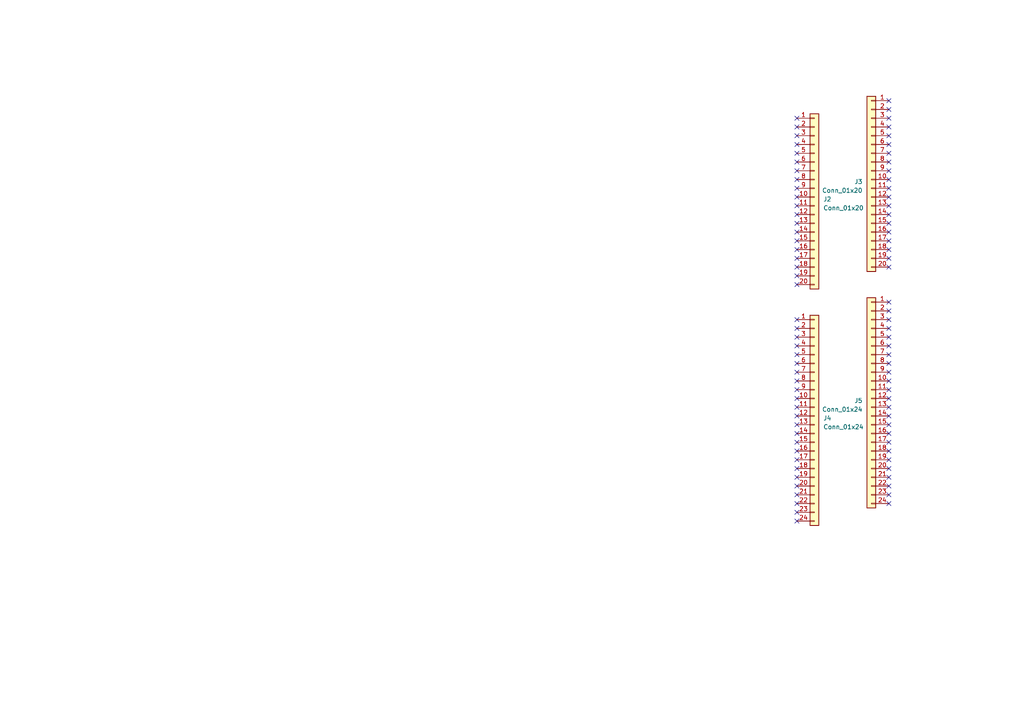
<source format=kicad_sch>
(kicad_sch (version 20230121) (generator eeschema)
  (paper "A4")
  (lib_symbols
    (symbol "Connector_Generic:Conn_01x20" (pin_names (offset 1.016) hide)
      (property "Reference" "J" (at 0 25.4 0))
      (property "Value" "Conn_01x20" (at 0 -27.94 0))
      (symbol "Conn_01x20_1_1"
        (rectangle (start -1.27 -25.273) (end 0 -25.527) (stroke (width 0.1524)))
        (rectangle (start -1.27 -22.733) (end 0 -22.987) (stroke (width 0.1524)))
        (rectangle (start -1.27 -20.193) (end 0 -20.447) (stroke (width 0.1524)))
        (rectangle (start -1.27 -17.653) (end 0 -17.907) (stroke (width 0.1524)))
        (rectangle (start -1.27 -15.113) (end 0 -15.367) (stroke (width 0.1524)))
        (rectangle (start -1.27 -12.573) (end 0 -12.827) (stroke (width 0.1524)))
        (rectangle (start -1.27 -10.033) (end 0 -10.287) (stroke (width 0.1524)))
        (rectangle (start -1.27 -7.493) (end 0 -7.747) (stroke (width 0.1524)))
        (rectangle (start -1.27 -4.953) (end 0 -5.207) (stroke (width 0.1524)))
        (rectangle (start -1.27 -2.413) (end 0 -2.667) (stroke (width 0.1524)))
        (rectangle (start -1.27 0.127) (end 0 -0.127) (stroke (width 0.1524)))
        (rectangle (start -1.27 2.667) (end 0 2.413) (stroke (width 0.1524)))
        (rectangle (start -1.27 5.207) (end 0 4.953) (stroke (width 0.1524)))
        (rectangle (start -1.27 7.747) (end 0 7.493) (stroke (width 0.1524)))
        (rectangle (start -1.27 10.287) (end 0 10.033) (stroke (width 0.1524)))
        (rectangle (start -1.27 12.827) (end 0 12.573) (stroke (width 0.1524)))
        (rectangle (start -1.27 15.367) (end 0 15.113) (stroke (width 0.1524)))
        (rectangle (start -1.27 17.907) (end 0 17.653) (stroke (width 0.1524)))
        (rectangle (start -1.27 20.447) (end 0 20.193) (stroke (width 0.1524)))
        (rectangle (start -1.27 22.987) (end 0 22.733) (stroke (width 0.1524)))
        (rectangle (start -1.27 24.13) (end 1.27 -26.67) (stroke (width 0.254)) (fill (type background)))
        (pin passive line (at -5.08 22.86 0) (length 3.81) (name "Pin_1") (number "1"))
        (pin passive line (at -5.08 0 0) (length 3.81) (name "Pin_10") (number "10"))
        (pin passive line (at -5.08 -2.54 0) (length 3.81) (name "Pin_11") (number "11"))
        (pin passive line (at -5.08 -5.08 0) (length 3.81) (name "Pin_12") (number "12"))
        (pin passive line (at -5.08 -7.62 0) (length 3.81) (name "Pin_13") (number "13"))
        (pin passive line (at -5.08 -10.16 0) (length 3.81) (name "Pin_14") (number "14"))
        (pin passive line (at -5.08 -12.7 0) (length 3.81) (name "Pin_15") (number "15"))
        (pin passive line (at -5.08 -15.24 0) (length 3.81) (name "Pin_16") (number "16"))
        (pin passive line (at -5.08 -17.78 0) (length 3.81) (name "Pin_17") (number "17"))
        (pin passive line (at -5.08 -20.32 0) (length 3.81) (name "Pin_18") (number "18"))
        (pin passive line (at -5.08 -22.86 0) (length 3.81) (name "Pin_19") (number "19"))
        (pin passive line (at -5.08 20.32 0) (length 3.81) (name "Pin_2") (number "2"))
        (pin passive line (at -5.08 -25.4 0) (length 3.81) (name "Pin_20") (number "20"))
        (pin passive line (at -5.08 17.78 0) (length 3.81) (name "Pin_3") (number "3"))
        (pin passive line (at -5.08 15.24 0) (length 3.81) (name "Pin_4") (number "4"))
        (pin passive line (at -5.08 12.7 0) (length 3.81) (name "Pin_5") (number "5"))
        (pin passive line (at -5.08 10.16 0) (length 3.81) (name "Pin_6") (number "6"))
        (pin passive line (at -5.08 7.62 0) (length 3.81) (name "Pin_7") (number "7"))
        (pin passive line (at -5.08 5.08 0) (length 3.81) (name "Pin_8") (number "8"))
        (pin passive line (at -5.08 2.54 0) (length 3.81) (name "Pin_9") (number "9"))
      )
    )
    (symbol "Connector_Generic:Conn_01x24" (pin_names (offset 1.016) hide)
      (property "Reference" "J" (at 0 30.48 0))
      (property "Value" "Conn_01x24" (at 0 -33.02 0))
      (symbol "Conn_01x24_1_1"
        (rectangle (start -1.27 -30.353) (end 0 -30.607) (stroke (width 0.1524)))
        (rectangle (start -1.27 -27.813) (end 0 -28.067) (stroke (width 0.1524)))
        (rectangle (start -1.27 -25.273) (end 0 -25.527) (stroke (width 0.1524)))
        (rectangle (start -1.27 -22.733) (end 0 -22.987) (stroke (width 0.1524)))
        (rectangle (start -1.27 -20.193) (end 0 -20.447) (stroke (width 0.1524)))
        (rectangle (start -1.27 -17.653) (end 0 -17.907) (stroke (width 0.1524)))
        (rectangle (start -1.27 -15.113) (end 0 -15.367) (stroke (width 0.1524)))
        (rectangle (start -1.27 -12.573) (end 0 -12.827) (stroke (width 0.1524)))
        (rectangle (start -1.27 -10.033) (end 0 -10.287) (stroke (width 0.1524)))
        (rectangle (start -1.27 -7.493) (end 0 -7.747) (stroke (width 0.1524)))
        (rectangle (start -1.27 -4.953) (end 0 -5.207) (stroke (width 0.1524)))
        (rectangle (start -1.27 -2.413) (end 0 -2.667) (stroke (width 0.1524)))
        (rectangle (start -1.27 0.127) (end 0 -0.127) (stroke (width 0.1524)))
        (rectangle (start -1.27 2.667) (end 0 2.413) (stroke (width 0.1524)))
        (rectangle (start -1.27 5.207) (end 0 4.953) (stroke (width 0.1524)))
        (rectangle (start -1.27 7.747) (end 0 7.493) (stroke (width 0.1524)))
        (rectangle (start -1.27 10.287) (end 0 10.033) (stroke (width 0.1524)))
        (rectangle (start -1.27 12.827) (end 0 12.573) (stroke (width 0.1524)))
        (rectangle (start -1.27 15.367) (end 0 15.113) (stroke (width 0.1524)))
        (rectangle (start -1.27 17.907) (end 0 17.653) (stroke (width 0.1524)))
        (rectangle (start -1.27 20.447) (end 0 20.193) (stroke (width 0.1524)))
        (rectangle (start -1.27 22.987) (end 0 22.733) (stroke (width 0.1524)))
        (rectangle (start -1.27 25.527) (end 0 25.273) (stroke (width 0.1524)))
        (rectangle (start -1.27 28.067) (end 0 27.813) (stroke (width 0.1524)))
        (rectangle (start -1.27 29.21) (end 1.27 -31.75) (stroke (width 0.254)) (fill (type background)))
        (pin passive line (at -5.08 27.94 0) (length 3.81) (name "Pin_1") (number "1"))
        (pin passive line (at -5.08 5.08 0) (length 3.81) (name "Pin_10") (number "10"))
        (pin passive line (at -5.08 2.54 0) (length 3.81) (name "Pin_11") (number "11"))
        (pin passive line (at -5.08 0 0) (length 3.81) (name "Pin_12") (number "12"))
        (pin passive line (at -5.08 -2.54 0) (length 3.81) (name "Pin_13") (number "13"))
        (pin passive line (at -5.08 -5.08 0) (length 3.81) (name "Pin_14") (number "14"))
        (pin passive line (at -5.08 -7.62 0) (length 3.81) (name "Pin_15") (number "15"))
        (pin passive line (at -5.08 -10.16 0) (length 3.81) (name "Pin_16") (number "16"))
        (pin passive line (at -5.08 -12.7 0) (length 3.81) (name "Pin_17") (number "17"))
        (pin passive line (at -5.08 -15.24 0) (length 3.81) (name "Pin_18") (number "18"))
        (pin passive line (at -5.08 -17.78 0) (length 3.81) (name "Pin_19") (number "19"))
        (pin passive line (at -5.08 25.4 0) (length 3.81) (name "Pin_2") (number "2"))
        (pin passive line (at -5.08 -20.32 0) (length 3.81) (name "Pin_20") (number "20"))
        (pin passive line (at -5.08 -22.86 0) (length 3.81) (name "Pin_21") (number "21"))
        (pin passive line (at -5.08 -25.4 0) (length 3.81) (name "Pin_22") (number "22"))
        (pin passive line (at -5.08 -27.94 0) (length 3.81) (name "Pin_23") (number "23"))
        (pin passive line (at -5.08 -30.48 0) (length 3.81) (name "Pin_24") (number "24"))
        (pin passive line (at -5.08 22.86 0) (length 3.81) (name "Pin_3") (number "3"))
        (pin passive line (at -5.08 20.32 0) (length 3.81) (name "Pin_4") (number "4"))
        (pin passive line (at -5.08 17.78 0) (length 3.81) (name "Pin_5") (number "5"))
        (pin passive line (at -5.08 15.24 0) (length 3.81) (name "Pin_6") (number "6"))
        (pin passive line (at -5.08 12.7 0) (length 3.81) (name "Pin_7") (number "7"))
        (pin passive line (at -5.08 10.16 0) (length 3.81) (name "Pin_8") (number "8"))
        (pin passive line (at -5.08 7.62 0) (length 3.81) (name "Pin_9") (number "9"))
      )
    )
  )
  (no_connect (at 231.14 41.91))
  (no_connect (at 257.81 41.91))
  (no_connect (at 231.14 92.71))
  (no_connect (at 231.14 69.85))
  (no_connect (at 231.14 82.55))
  (no_connect (at 231.14 62.23))
  (no_connect (at 257.81 87.63))
  (no_connect (at 231.14 118.11))
  (no_connect (at 231.14 95.25))
  (no_connect (at 257.81 95.25))
  (no_connect (at 231.14 77.47))
  (no_connect (at 257.81 39.37))
  (no_connect (at 257.81 115.57))
  (no_connect (at 231.14 102.87))
  (no_connect (at 231.14 120.65))
  (no_connect (at 257.81 146.05))
  (no_connect (at 257.81 36.83))
  (no_connect (at 257.81 143.51))
  (no_connect (at 257.81 133.35))
  (no_connect (at 231.14 57.15))
  (no_connect (at 231.14 49.53))
  (no_connect (at 231.14 107.95))
  (no_connect (at 231.14 67.31))
  (no_connect (at 231.14 97.79))
  (no_connect (at 231.14 113.03))
  (no_connect (at 257.81 107.95))
  (no_connect (at 257.81 128.27))
  (no_connect (at 257.81 49.53))
  (no_connect (at 257.81 125.73))
  (no_connect (at 231.14 135.89))
  (no_connect (at 231.14 74.93))
  (no_connect (at 257.81 110.49))
  (no_connect (at 257.81 34.29))
  (no_connect (at 231.14 146.05))
  (no_connect (at 231.14 133.35))
  (no_connect (at 231.14 138.43))
  (no_connect (at 257.81 97.79))
  (no_connect (at 257.81 52.07))
  (no_connect (at 257.81 92.71))
  (no_connect (at 231.14 54.61))
  (no_connect (at 257.81 130.81))
  (no_connect (at 257.81 105.41))
  (no_connect (at 257.81 67.31))
  (no_connect (at 231.14 39.37))
  (no_connect (at 231.14 52.07))
  (no_connect (at 257.81 72.39))
  (no_connect (at 231.14 36.83))
  (no_connect (at 231.14 46.99))
  (no_connect (at 231.14 115.57))
  (no_connect (at 257.81 118.11))
  (no_connect (at 231.14 100.33))
  (no_connect (at 257.81 77.47))
  (no_connect (at 231.14 125.73))
  (no_connect (at 231.14 110.49))
  (no_connect (at 231.14 140.97))
  (no_connect (at 257.81 90.17))
  (no_connect (at 257.81 113.03))
  (no_connect (at 257.81 62.23))
  (no_connect (at 257.81 29.21))
  (no_connect (at 231.14 128.27))
  (no_connect (at 257.81 102.87))
  (no_connect (at 231.14 72.39))
  (no_connect (at 231.14 143.51))
  (no_connect (at 257.81 64.77))
  (no_connect (at 231.14 44.45))
  (no_connect (at 231.14 148.59))
  (no_connect (at 231.14 80.01))
  (no_connect (at 231.14 130.81))
  (no_connect (at 257.81 44.45))
  (no_connect (at 257.81 100.33))
  (no_connect (at 257.81 120.65))
  (no_connect (at 257.81 59.69))
  (no_connect (at 257.81 140.97))
  (no_connect (at 231.14 123.19))
  (no_connect (at 257.81 31.75))
  (no_connect (at 231.14 64.77))
  (no_connect (at 257.81 135.89))
  (no_connect (at 231.14 34.29))
  (no_connect (at 231.14 59.69))
  (no_connect (at 231.14 151.13))
  (no_connect (at 257.81 54.61))
  (no_connect (at 257.81 46.99))
  (no_connect (at 257.81 57.15))
  (no_connect (at 257.81 123.19))
  (no_connect (at 257.81 138.43))
  (no_connect (at 231.14 105.41))
  (no_connect (at 257.81 74.93))
  (no_connect (at 257.81 69.85))
  (symbol (lib_id "Connector_Generic:Conn_01x24") (at 236.22 120.65 0) (unit 1)
    (property "Reference" "J4" (at 238.76 121.285 0) (effects (justify left)))
    (property "Value" "Conn_01x24" (at 238.76 123.825 0) (effects (justify left)))
    (property "Footprint" "Connector_PinSocket_2.54mm:PinSocket_1x24_P2.54mm_Vertical" (effects hide))
    (instances (project "Appletini_board" (path "" (reference "J4") (unit 1)) (path "" (reference "J3") (unit 1))))
  )
  (symbol (lib_id "Connector_Generic:Conn_01x20") (at 236.22 57.15 0) (unit 1)
    (property "Reference" "J2" (at 238.76 57.785 0) (effects (justify left)))
    (property "Value" "Conn_01x20" (at 238.76 60.325 0) (effects (justify left)))
    (property "Footprint" "Connector_PinSocket_2.54mm:PinSocket_1x20_P2.54mm_Vertical" (effects hide))
  )
  (symbol (lib_id "Connector_Generic:Conn_01x20") (at 252.73 52.07 0) (mirror y) (unit 1)
    (property "Reference" "J3" (at 250.19 52.705 0) (effects (justify left)))
    (property "Value" "Conn_01x20" (at 250.19 55.245 0) (effects (justify left)))
    (property "Footprint" "Connector_PinSocket_2.54mm:PinSocket_1x20_P2.54mm_Vertical" (effects hide))
    (instances (project "Appletini_board" (path "" (reference "J3") (unit 1)) (path "" (reference "J4") (unit 1))))
  )
  (symbol (lib_id "Connector_Generic:Conn_01x24") (at 252.73 115.57 0) (mirror y) (unit 1)
    (property "Reference" "J5" (at 250.19 116.205 0) (effects (justify left)))
    (property "Value" "Conn_01x24" (at 250.19 118.745 0) (effects (justify left)))
    (property "Footprint" "Connector_PinSocket_2.54mm:PinSocket_1x24_P2.54mm_Vertical" (effects hide))
  )
)
</source>
